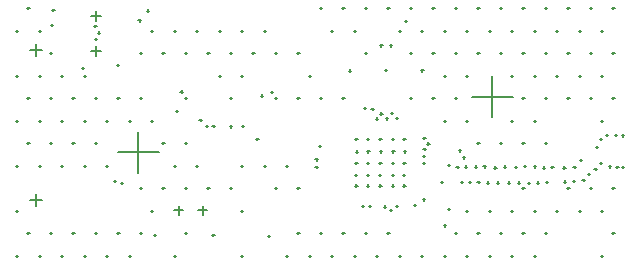
<source format=gbr>
%TF.GenerationSoftware,Altium Limited,Altium Designer,22.8.2 (66)*%
G04 Layer_Color=128*
%FSLAX45Y45*%
%MOMM*%
%TF.SameCoordinates,DE4C73A7-34E9-4613-BA68-141157798951*%
%TF.FilePolarity,Positive*%
%TF.FileFunction,Drillmap*%
%TF.Part,Single*%
G01*
G75*
%TA.AperFunction,NonConductor*%
%ADD74C,0.12700*%
D74*
X3995420Y3053080D02*
X4071620D01*
X4033520Y3014980D02*
Y3091180D01*
X4201160Y3053080D02*
X4277360D01*
X4239260Y3014980D02*
Y3091180D01*
X3294380Y4699140D02*
X3375660D01*
X3335020Y4658500D02*
Y4739780D01*
X3294380Y4399140D02*
X3375660D01*
X3335020Y4358500D02*
Y4439780D01*
X2778760Y3143250D02*
X2880360D01*
X2829560Y3092450D02*
Y3194050D01*
X2778760Y4413250D02*
X2880360D01*
X2829560Y4362450D02*
Y4464050D01*
X3520440Y3543300D02*
X3865880D01*
X3693160Y3370580D02*
Y3716020D01*
X6517640Y4013200D02*
X6863080D01*
X6690360Y3840480D02*
Y4185920D01*
X7705250Y4762500D02*
X7725250D01*
X7715250Y4752500D02*
Y4772500D01*
X7610000Y4572000D02*
X7630000D01*
X7620000Y4562000D02*
Y4582000D01*
X7705250Y4381500D02*
X7725250D01*
X7715250Y4371500D02*
Y4391500D01*
X7610000Y4191000D02*
X7630000D01*
X7620000Y4181000D02*
Y4201000D01*
X7705250Y4000500D02*
X7725250D01*
X7715250Y3990500D02*
Y4010500D01*
X7610000Y3810000D02*
X7630000D01*
X7620000Y3800000D02*
Y3820000D01*
X7705250Y3238500D02*
X7725250D01*
X7715250Y3228500D02*
Y3248500D01*
X7610000Y3048000D02*
X7630000D01*
X7620000Y3038000D02*
Y3058000D01*
X7705250Y2857500D02*
X7725250D01*
X7715250Y2847500D02*
Y2867500D01*
X7610000Y2667000D02*
X7630000D01*
X7620000Y2657000D02*
Y2677000D01*
X7514750Y4762500D02*
X7534750D01*
X7524750Y4752500D02*
Y4772500D01*
X7419500Y4572000D02*
X7439500D01*
X7429500Y4562000D02*
Y4582000D01*
X7514750Y4381500D02*
X7534750D01*
X7524750Y4371500D02*
Y4391500D01*
X7419500Y4191000D02*
X7439500D01*
X7429500Y4181000D02*
Y4201000D01*
X7514750Y4000500D02*
X7534750D01*
X7524750Y3990500D02*
Y4010500D01*
X7514750Y3238500D02*
X7534750D01*
X7524750Y3228500D02*
Y3248500D01*
X7419500Y3048000D02*
X7439500D01*
X7429500Y3038000D02*
Y3058000D01*
X7324250Y4762500D02*
X7344250D01*
X7334250Y4752500D02*
Y4772500D01*
X7229000Y4572000D02*
X7249000D01*
X7239000Y4562000D02*
Y4582000D01*
X7324250Y4381500D02*
X7344250D01*
X7334250Y4371500D02*
Y4391500D01*
X7229000Y4191000D02*
X7249000D01*
X7239000Y4181000D02*
Y4201000D01*
X7324250Y4000500D02*
X7344250D01*
X7334250Y3990500D02*
Y4010500D01*
X7324250Y3238500D02*
X7344250D01*
X7334250Y3228500D02*
Y3248500D01*
X7229000Y3048000D02*
X7249000D01*
X7239000Y3038000D02*
Y3058000D01*
X7133750Y4762500D02*
X7153750D01*
X7143750Y4752500D02*
Y4772500D01*
X7038500Y4572000D02*
X7058500D01*
X7048500Y4562000D02*
Y4582000D01*
X7133750Y4381500D02*
X7153750D01*
X7143750Y4371500D02*
Y4391500D01*
X7038500Y4191000D02*
X7058500D01*
X7048500Y4181000D02*
Y4201000D01*
X7133750Y4000500D02*
X7153750D01*
X7143750Y3990500D02*
Y4010500D01*
X7038500Y3810000D02*
X7058500D01*
X7048500Y3800000D02*
Y3820000D01*
X7133750Y3619500D02*
X7153750D01*
X7143750Y3609500D02*
Y3629500D01*
X7038500Y3048000D02*
X7058500D01*
X7048500Y3038000D02*
Y3058000D01*
X7133750Y2857500D02*
X7153750D01*
X7143750Y2847500D02*
Y2867500D01*
X7038500Y2667000D02*
X7058500D01*
X7048500Y2657000D02*
Y2677000D01*
X6943250Y4762500D02*
X6963250D01*
X6953250Y4752500D02*
Y4772500D01*
X6848000Y4572000D02*
X6868000D01*
X6858000Y4562000D02*
Y4582000D01*
X6943250Y4381500D02*
X6963250D01*
X6953250Y4371500D02*
Y4391500D01*
X6848000Y4191000D02*
X6868000D01*
X6858000Y4181000D02*
Y4201000D01*
X6943250Y4000500D02*
X6963250D01*
X6953250Y3990500D02*
Y4010500D01*
X6848000Y3810000D02*
X6868000D01*
X6858000Y3800000D02*
Y3820000D01*
X6943250Y3619500D02*
X6963250D01*
X6953250Y3609500D02*
Y3629500D01*
X6943250Y3238500D02*
X6963250D01*
X6953250Y3228500D02*
Y3248500D01*
X6848000Y3048000D02*
X6868000D01*
X6858000Y3038000D02*
Y3058000D01*
X6943250Y2857500D02*
X6963250D01*
X6953250Y2847500D02*
Y2867500D01*
X6848000Y2667000D02*
X6868000D01*
X6858000Y2657000D02*
Y2677000D01*
X6752750Y4762500D02*
X6772750D01*
X6762750Y4752500D02*
Y4772500D01*
X6657500Y4572000D02*
X6677500D01*
X6667500Y4562000D02*
Y4582000D01*
X6752750Y4381500D02*
X6772750D01*
X6762750Y4371500D02*
Y4391500D01*
X6752750Y3619500D02*
X6772750D01*
X6762750Y3609500D02*
Y3629500D01*
X6657500Y3048000D02*
X6677500D01*
X6667500Y3038000D02*
Y3058000D01*
X6752750Y2857500D02*
X6772750D01*
X6762750Y2847500D02*
Y2867500D01*
X6657500Y2667000D02*
X6677500D01*
X6667500Y2657000D02*
Y2677000D01*
X6562250Y4762500D02*
X6582250D01*
X6572250Y4752500D02*
Y4772500D01*
X6467000Y4572000D02*
X6487000D01*
X6477000Y4562000D02*
Y4582000D01*
X6562250Y4381500D02*
X6582250D01*
X6572250Y4371500D02*
Y4391500D01*
X6467000Y4191000D02*
X6487000D01*
X6477000Y4181000D02*
Y4201000D01*
X6467000Y3810000D02*
X6487000D01*
X6477000Y3800000D02*
Y3820000D01*
X6562250Y3619500D02*
X6582250D01*
X6572250Y3609500D02*
Y3629500D01*
X6467000Y3048000D02*
X6487000D01*
X6477000Y3038000D02*
Y3058000D01*
X6562250Y2857500D02*
X6582250D01*
X6572250Y2847500D02*
Y2867500D01*
X6467000Y2667000D02*
X6487000D01*
X6477000Y2657000D02*
Y2677000D01*
X6371750Y4762500D02*
X6391750D01*
X6381750Y4752500D02*
Y4772500D01*
X6276500Y4572000D02*
X6296500D01*
X6286500Y4562000D02*
Y4582000D01*
X6371750Y4381500D02*
X6391750D01*
X6381750Y4371500D02*
Y4391500D01*
X6276500Y4191000D02*
X6296500D01*
X6286500Y4181000D02*
Y4201000D01*
X6371750Y4000500D02*
X6391750D01*
X6381750Y3990500D02*
Y4010500D01*
X6276500Y3810000D02*
X6296500D01*
X6286500Y3800000D02*
Y3820000D01*
X6371750Y2857500D02*
X6391750D01*
X6381750Y2847500D02*
Y2867500D01*
X6276500Y2667000D02*
X6296500D01*
X6286500Y2657000D02*
Y2677000D01*
X6181250Y4762500D02*
X6201250D01*
X6191250Y4752500D02*
Y4772500D01*
X6086000Y4572000D02*
X6106000D01*
X6096000Y4562000D02*
Y4582000D01*
X6181250Y4381500D02*
X6201250D01*
X6191250Y4371500D02*
Y4391500D01*
X6181250Y4000500D02*
X6201250D01*
X6191250Y3990500D02*
Y4010500D01*
X6086000Y2667000D02*
X6106000D01*
X6096000Y2657000D02*
Y2677000D01*
X5990750Y4762500D02*
X6010750D01*
X6000750Y4752500D02*
Y4772500D01*
X5895500Y4572000D02*
X5915500D01*
X5905500Y4562000D02*
Y4582000D01*
X5990750Y4381500D02*
X6010750D01*
X6000750Y4371500D02*
Y4391500D01*
X5990750Y4000500D02*
X6010750D01*
X6000750Y3990500D02*
Y4010500D01*
X5895500Y2667000D02*
X5915500D01*
X5905500Y2657000D02*
Y2677000D01*
X5800250Y4762500D02*
X5820250D01*
X5810250Y4752500D02*
Y4772500D01*
X5800250Y2857500D02*
X5820250D01*
X5810250Y2847500D02*
Y2867500D01*
X5705000Y2667000D02*
X5725000D01*
X5715000Y2657000D02*
Y2677000D01*
X5609750Y4762500D02*
X5629750D01*
X5619750Y4752500D02*
Y4772500D01*
X5514500Y4572000D02*
X5534500D01*
X5524500Y4562000D02*
Y4582000D01*
X5609750Y4381500D02*
X5629750D01*
X5619750Y4371500D02*
Y4391500D01*
X5609750Y2857500D02*
X5629750D01*
X5619750Y2847500D02*
Y2867500D01*
X5514500Y2667000D02*
X5534500D01*
X5524500Y2657000D02*
Y2677000D01*
X5419250Y4762500D02*
X5439250D01*
X5429250Y4752500D02*
Y4772500D01*
X5324000Y4572000D02*
X5344000D01*
X5334000Y4562000D02*
Y4582000D01*
X5419250Y4000500D02*
X5439250D01*
X5429250Y3990500D02*
Y4010500D01*
X5419250Y2857500D02*
X5439250D01*
X5429250Y2847500D02*
Y2867500D01*
X5324000Y2667000D02*
X5344000D01*
X5334000Y2657000D02*
Y2677000D01*
X5228750Y4762500D02*
X5248750D01*
X5238750Y4752500D02*
Y4772500D01*
X5133500Y4191000D02*
X5153500D01*
X5143500Y4181000D02*
Y4201000D01*
X5228750Y4000500D02*
X5248750D01*
X5238750Y3990500D02*
Y4010500D01*
X5228750Y2857500D02*
X5248750D01*
X5238750Y2847500D02*
Y2867500D01*
X5133500Y2667000D02*
X5153500D01*
X5143500Y2657000D02*
Y2677000D01*
X5038250Y4381500D02*
X5058250D01*
X5048250Y4371500D02*
Y4391500D01*
X5038250Y4000500D02*
X5058250D01*
X5048250Y3990500D02*
Y4010500D01*
X4943000Y3429000D02*
X4963000D01*
X4953000Y3419000D02*
Y3439000D01*
X5038250Y3238500D02*
X5058250D01*
X5048250Y3228500D02*
Y3248500D01*
X5038250Y2857500D02*
X5058250D01*
X5048250Y2847500D02*
Y2867500D01*
X4943000Y2667000D02*
X4963000D01*
X4953000Y2657000D02*
Y2677000D01*
X4752500Y4572000D02*
X4772500D01*
X4762500Y4562000D02*
Y4582000D01*
X4847750Y4381500D02*
X4867750D01*
X4857750Y4371500D02*
Y4391500D01*
X4847750Y4000500D02*
X4867750D01*
X4857750Y3990500D02*
Y4010500D01*
X4752500Y3429000D02*
X4772500D01*
X4762500Y3419000D02*
Y3439000D01*
X4847750Y3238500D02*
X4867750D01*
X4857750Y3228500D02*
Y3248500D01*
X4562000Y4572000D02*
X4582000D01*
X4572000Y4562000D02*
Y4582000D01*
X4657250Y4381500D02*
X4677250D01*
X4667250Y4371500D02*
Y4391500D01*
X4562000Y4191000D02*
X4582000D01*
X4572000Y4181000D02*
Y4201000D01*
X4562000Y3429000D02*
X4582000D01*
X4572000Y3419000D02*
Y3439000D01*
X4562000Y3048000D02*
X4582000D01*
X4572000Y3038000D02*
Y3058000D01*
X4562000Y2667000D02*
X4582000D01*
X4572000Y2657000D02*
Y2677000D01*
X4371500Y4572000D02*
X4391500D01*
X4381500Y4562000D02*
Y4582000D01*
X4466750Y4381500D02*
X4486750D01*
X4476750Y4371500D02*
Y4391500D01*
X4371500Y4191000D02*
X4391500D01*
X4381500Y4181000D02*
Y4201000D01*
X4466750Y4000500D02*
X4486750D01*
X4476750Y3990500D02*
Y4010500D01*
X4466750Y3238500D02*
X4486750D01*
X4476750Y3228500D02*
Y3248500D01*
X4181000Y4572000D02*
X4201000D01*
X4191000Y4562000D02*
Y4582000D01*
X4276250Y4381500D02*
X4296250D01*
X4286250Y4371500D02*
Y4391500D01*
X4181000Y3429000D02*
X4201000D01*
X4191000Y3419000D02*
Y3439000D01*
X4276250Y3238500D02*
X4296250D01*
X4286250Y3228500D02*
Y3248500D01*
X3990500Y4572000D02*
X4010500D01*
X4000500Y4562000D02*
Y4582000D01*
X4085750Y4381500D02*
X4105750D01*
X4095750Y4371500D02*
Y4391500D01*
X4085750Y4000500D02*
X4105750D01*
X4095750Y3990500D02*
Y4010500D01*
X4085750Y3619500D02*
X4105750D01*
X4095750Y3609500D02*
Y3629500D01*
X3990500Y3429000D02*
X4010500D01*
X4000500Y3419000D02*
Y3439000D01*
X4085750Y3238500D02*
X4105750D01*
X4095750Y3228500D02*
Y3248500D01*
X4085750Y2857500D02*
X4105750D01*
X4095750Y2847500D02*
Y2867500D01*
X3990500Y2667000D02*
X4010500D01*
X4000500Y2657000D02*
Y2677000D01*
X3800000Y4572000D02*
X3820000D01*
X3810000Y4562000D02*
Y4582000D01*
X3895250Y4381500D02*
X3915250D01*
X3905250Y4371500D02*
Y4391500D01*
X3800000Y3810000D02*
X3820000D01*
X3810000Y3800000D02*
Y3820000D01*
X3895250Y3619500D02*
X3915250D01*
X3905250Y3609500D02*
Y3629500D01*
X3895250Y3238500D02*
X3915250D01*
X3905250Y3228500D02*
Y3248500D01*
X3800000Y3048000D02*
X3820000D01*
X3810000Y3038000D02*
Y3058000D01*
X3704750Y4381500D02*
X3724750D01*
X3714750Y4371500D02*
Y4391500D01*
X3704750Y4000500D02*
X3724750D01*
X3714750Y3990500D02*
Y4010500D01*
X3609500Y3810000D02*
X3629500D01*
X3619500Y3800000D02*
Y3820000D01*
X3704750Y3238500D02*
X3724750D01*
X3714750Y3228500D02*
Y3248500D01*
X3704750Y2857500D02*
X3724750D01*
X3714750Y2847500D02*
Y2867500D01*
X3609500Y2667000D02*
X3629500D01*
X3619500Y2657000D02*
Y2677000D01*
X3514250Y4000500D02*
X3534250D01*
X3524250Y3990500D02*
Y4010500D01*
X3419000Y3810000D02*
X3439000D01*
X3429000Y3800000D02*
Y3820000D01*
X3419000Y3429000D02*
X3439000D01*
X3429000Y3419000D02*
Y3439000D01*
X3514250Y2857500D02*
X3534250D01*
X3524250Y2847500D02*
Y2867500D01*
X3419000Y2667000D02*
X3439000D01*
X3429000Y2657000D02*
Y2677000D01*
X3228500Y4191000D02*
X3248500D01*
X3238500Y4181000D02*
Y4201000D01*
X3323750Y4000500D02*
X3343750D01*
X3333750Y3990500D02*
Y4010500D01*
X3228500Y3810000D02*
X3248500D01*
X3238500Y3800000D02*
Y3820000D01*
X3323750Y3619500D02*
X3343750D01*
X3333750Y3609500D02*
Y3629500D01*
X3228500Y3429000D02*
X3248500D01*
X3238500Y3419000D02*
Y3439000D01*
X3323750Y2857500D02*
X3343750D01*
X3333750Y2847500D02*
Y2867500D01*
X3228500Y2667000D02*
X3248500D01*
X3238500Y2657000D02*
Y2677000D01*
X3038000Y4191000D02*
X3058000D01*
X3048000Y4181000D02*
Y4201000D01*
X3133250Y4000500D02*
X3153250D01*
X3143250Y3990500D02*
Y4010500D01*
X3038000Y3810000D02*
X3058000D01*
X3048000Y3800000D02*
Y3820000D01*
X3133250Y3619500D02*
X3153250D01*
X3143250Y3609500D02*
Y3629500D01*
X3038000Y3429000D02*
X3058000D01*
X3048000Y3419000D02*
Y3439000D01*
X3133250Y2857500D02*
X3153250D01*
X3143250Y2847500D02*
Y2867500D01*
X3038000Y2667000D02*
X3058000D01*
X3048000Y2657000D02*
Y2677000D01*
X2847500Y4572000D02*
X2867500D01*
X2857500Y4562000D02*
Y4582000D01*
X2942750Y4381500D02*
X2962750D01*
X2952750Y4371500D02*
Y4391500D01*
X2847500Y4191000D02*
X2867500D01*
X2857500Y4181000D02*
Y4201000D01*
X2942750Y4000500D02*
X2962750D01*
X2952750Y3990500D02*
Y4010500D01*
X2847500Y3810000D02*
X2867500D01*
X2857500Y3800000D02*
Y3820000D01*
X2942750Y3619500D02*
X2962750D01*
X2952750Y3609500D02*
Y3629500D01*
X2847500Y3429000D02*
X2867500D01*
X2857500Y3419000D02*
Y3439000D01*
X2942750Y2857500D02*
X2962750D01*
X2952750Y2847500D02*
Y2867500D01*
X2847500Y2667000D02*
X2867500D01*
X2857500Y2657000D02*
Y2677000D01*
X2752250Y4762500D02*
X2772250D01*
X2762250Y4752500D02*
Y4772500D01*
X2657000Y4572000D02*
X2677000D01*
X2667000Y4562000D02*
Y4582000D01*
X2657000Y4191000D02*
X2677000D01*
X2667000Y4181000D02*
Y4201000D01*
X2752250Y4000500D02*
X2772250D01*
X2762250Y3990500D02*
Y4010500D01*
X2657000Y3810000D02*
X2677000D01*
X2667000Y3800000D02*
Y3820000D01*
X2752250Y3619500D02*
X2772250D01*
X2762250Y3609500D02*
Y3629500D01*
X2657000Y3429000D02*
X2677000D01*
X2667000Y3419000D02*
Y3439000D01*
X2657000Y3048000D02*
X2677000D01*
X2667000Y3038000D02*
Y3058000D01*
X2752250Y2857500D02*
X2772250D01*
X2762250Y2847500D02*
Y2867500D01*
X2657000Y2667000D02*
X2677000D01*
X2667000Y2657000D02*
Y2677000D01*
X6614320Y3423920D02*
X6634320D01*
X6624320Y3413920D02*
Y3433920D01*
X6256180Y3291840D02*
X6276180D01*
X6266180Y3281840D02*
Y3301840D01*
X6441600Y3500120D02*
X6461600D01*
X6451600Y3490120D02*
Y3510120D01*
X6022500Y3096260D02*
X6042500D01*
X6032500Y3086260D02*
Y3106260D01*
X6312060Y3436620D02*
X6332060D01*
X6322060Y3426620D02*
Y3446620D01*
X7785260Y3685540D02*
X7805260D01*
X7795260Y3675540D02*
Y3695540D01*
X7729380Y3688080D02*
X7749380D01*
X7739380Y3678080D02*
Y3698080D01*
X7653180Y3688080D02*
X7673180D01*
X7663180Y3678080D02*
Y3698080D01*
X7597300Y3655060D02*
X7617300D01*
X7607300Y3645060D02*
Y3665060D01*
X7787800Y3418840D02*
X7807800D01*
X7797800Y3408840D02*
Y3428840D01*
X7739540Y3418840D02*
X7759540D01*
X7749540Y3408840D02*
Y3428840D01*
X7673500Y3423920D02*
X7693500D01*
X7683500Y3413920D02*
Y3433920D01*
X7602380Y3454400D02*
X7622380D01*
X7612380Y3444400D02*
Y3464400D01*
X7554120Y3403600D02*
X7574120D01*
X7564120Y3393600D02*
Y3413600D01*
X7498240Y3360420D02*
X7518240D01*
X7508240Y3350420D02*
Y3370420D01*
X7452520Y3307080D02*
X7472520D01*
X7462520Y3297080D02*
Y3317080D01*
X7368700Y3299460D02*
X7388700D01*
X7378700Y3289460D02*
Y3309460D01*
X7292500Y3294380D02*
X7312500D01*
X7302500Y3284380D02*
Y3304380D01*
X7142640Y3291840D02*
X7162640D01*
X7152640Y3281840D02*
Y3301840D01*
X7066440Y3286760D02*
X7086440D01*
X7076440Y3276760D02*
Y3296760D01*
X6987700Y3284220D02*
X7007700D01*
X6997700Y3274220D02*
Y3294220D01*
X6906420Y3286760D02*
X6926420D01*
X6916420Y3276760D02*
Y3296760D01*
X6820060Y3286760D02*
X6840060D01*
X6830060Y3276760D02*
Y3296760D01*
X6728620Y3286760D02*
X6748620D01*
X6738620Y3276760D02*
Y3296760D01*
X6642260Y3286760D02*
X6662260D01*
X6652260Y3276760D02*
Y3296760D01*
X6563520Y3289300D02*
X6583520D01*
X6573520Y3279300D02*
Y3299300D01*
X6489860Y3289300D02*
X6509860D01*
X6499860Y3279300D02*
Y3299300D01*
X6421280Y3289300D02*
X6441280D01*
X6431280Y3279300D02*
Y3299300D01*
X6456840Y3421380D02*
X6476840D01*
X6466840Y3411380D02*
Y3431380D01*
X7566820Y3586480D02*
X7586820D01*
X7576820Y3576480D02*
Y3596480D01*
X7432200Y3477260D02*
X7452200D01*
X7442200Y3467260D02*
Y3487260D01*
X7376320Y3418840D02*
X7396320D01*
X7386320Y3408840D02*
Y3428840D01*
X7289960Y3413760D02*
X7309960D01*
X7299960Y3403760D02*
Y3423760D01*
X7188360Y3418840D02*
X7208360D01*
X7198360Y3408840D02*
Y3428840D01*
X7117240Y3413760D02*
X7137240D01*
X7127240Y3403760D02*
Y3423760D01*
X7038500Y3423920D02*
X7058500D01*
X7048500Y3413920D02*
Y3433920D01*
X6954680Y3426460D02*
X6974680D01*
X6964680Y3416460D02*
Y3436460D01*
X6881020Y3418840D02*
X6901020D01*
X6891020Y3408840D02*
Y3428840D01*
X6789580Y3421380D02*
X6809580D01*
X6799580Y3411380D02*
Y3431380D01*
X6705760Y3413760D02*
X6725760D01*
X6715760Y3403760D02*
Y3423760D01*
X6540660Y3421380D02*
X6560660D01*
X6550660Y3411380D02*
Y3431380D01*
X6385720Y3418840D02*
X6405720D01*
X6395720Y3408840D02*
Y3428840D01*
X5741200Y4447540D02*
X5761200D01*
X5751200Y4437540D02*
Y4457540D01*
X5821200Y4447540D02*
X5841200D01*
X5831200Y4437540D02*
Y4457540D01*
X4209281Y3815421D02*
X4229281D01*
X4219281Y3805421D02*
Y3825421D01*
X4262740Y3764740D02*
X4282740D01*
X4272740Y3754740D02*
Y3774740D01*
X4320438Y3764339D02*
X4340438D01*
X4330438Y3754339D02*
Y3774339D01*
X4007408Y3890408D02*
X4027408D01*
X4017408Y3880408D02*
Y3900408D01*
X4690799Y3656690D02*
X4710799D01*
X4700799Y3646690D02*
Y3666690D01*
X4468020Y3761740D02*
X4488020D01*
X4478020Y3751740D02*
Y3771740D01*
X4567080Y3764280D02*
X4587080D01*
X4577080Y3754280D02*
Y3774280D01*
X5602001Y3919853D02*
X5622001D01*
X5612001Y3909853D02*
Y3929853D01*
X5628800Y3655060D02*
X5648800D01*
X5638800Y3645060D02*
Y3665060D01*
X5218909Y3598270D02*
X5238908D01*
X5228909Y3588270D02*
Y3608270D01*
X5828165Y3875018D02*
X5848165D01*
X5838165Y3865018D02*
Y3885018D01*
X5631340Y3550920D02*
X5651340D01*
X5641340Y3540920D02*
Y3560920D01*
X5532280Y3549100D02*
X5552280D01*
X5542280Y3539100D02*
Y3559100D01*
X5191920Y3418840D02*
X5211920D01*
X5201920Y3408840D02*
Y3428840D01*
X5732940Y3261360D02*
X5752940D01*
X5742940Y3251360D02*
Y3271360D01*
X5839620Y3261360D02*
X5859620D01*
X5849620Y3251360D02*
Y3271360D01*
X5527200Y3352800D02*
X5547200D01*
X5537200Y3342800D02*
Y3362800D01*
X5628800Y3261360D02*
X5648800D01*
X5638800Y3251360D02*
Y3271360D01*
X5529740Y3261360D02*
X5549740D01*
X5539740Y3251360D02*
Y3271360D01*
X5626260Y3352800D02*
X5646260D01*
X5636260Y3342800D02*
Y3362800D01*
X5735480Y3550920D02*
X5755480D01*
X5745480Y3540920D02*
Y3560920D01*
X5529740Y3454400D02*
X5549740D01*
X5539740Y3444400D02*
Y3464400D01*
X5191920Y3482340D02*
X5211920D01*
X5201920Y3472340D02*
Y3492340D01*
X5529740Y3655060D02*
X5549740D01*
X5539740Y3645060D02*
Y3665060D01*
X5839620Y3655060D02*
X5859620D01*
X5849620Y3645060D02*
Y3665060D01*
X5732940Y3655060D02*
X5752940D01*
X5742940Y3645060D02*
Y3665060D01*
X5790450Y3830320D02*
X5810450D01*
X5800450Y3820320D02*
Y3840320D01*
X5936140Y3655060D02*
X5956140D01*
X5946140Y3645060D02*
Y3665060D01*
X5666388Y3907970D02*
X5686388D01*
X5676388Y3897970D02*
Y3917970D01*
X5701190Y3828778D02*
X5721190D01*
X5711190Y3818778D02*
Y3838778D01*
X5740560Y3870960D02*
X5760560D01*
X5750560Y3860960D02*
Y3880960D01*
X5873550Y3832860D02*
X5893550D01*
X5883550Y3822860D02*
Y3842860D01*
X6314600Y3063240D02*
X6334600D01*
X6324600Y3053240D02*
Y3073240D01*
X6403500Y3558540D02*
X6423500D01*
X6413500Y3548540D02*
Y3568540D01*
X6276500Y2923540D02*
X6296500D01*
X6286500Y2913540D02*
Y2933540D01*
X5821840Y3053080D02*
X5841840D01*
X5831840Y3043080D02*
Y3063080D01*
X5936140Y3261360D02*
X5956140D01*
X5946140Y3251360D02*
Y3271360D01*
X6138850Y3617429D02*
X6158850D01*
X6148850Y3607429D02*
Y3627429D01*
X6105214Y3664311D02*
X6125214D01*
X6115214Y3654311D02*
Y3674311D01*
X5936140Y3454400D02*
X5956140D01*
X5946140Y3444400D02*
Y3464400D01*
X5771040Y3083560D02*
X5791040D01*
X5781040Y3073560D02*
Y3093560D01*
X6098700Y3144520D02*
X6118700D01*
X6108700Y3134520D02*
Y3154520D01*
X6103780Y3454400D02*
X6123780D01*
X6113780Y3444400D02*
Y3464400D01*
X5585620Y3088640D02*
X5605620D01*
X5595620Y3078640D02*
Y3098640D01*
X6106367Y3569742D02*
X6126367D01*
X6116367Y3559742D02*
Y3579742D01*
X5842160Y3550920D02*
X5862160D01*
X5852160Y3540920D02*
Y3560920D01*
X5643316Y3089310D02*
X5663316D01*
X5653316Y3079310D02*
Y3099310D01*
X5872000Y3089178D02*
X5892000D01*
X5882000Y3079178D02*
Y3099178D01*
X6103780Y3512100D02*
X6123780D01*
X6113780Y3502100D02*
Y3522100D01*
X5938680Y3550920D02*
X5958680D01*
X5948680Y3540920D02*
Y3560920D01*
X5837080Y3352800D02*
X5857080D01*
X5847080Y3342800D02*
Y3362800D01*
X5839620Y3454400D02*
X5859620D01*
X5849620Y3444400D02*
Y3464400D01*
X5933600Y3352800D02*
X5953600D01*
X5943600Y3342800D02*
Y3362800D01*
X5732940Y3454400D02*
X5752940D01*
X5742940Y3444400D02*
Y3464400D01*
X5628800Y3454400D02*
X5648800D01*
X5638800Y3444400D02*
Y3464400D01*
X5730400Y3352800D02*
X5750400D01*
X5740400Y3342800D02*
Y3362800D01*
X5473860Y4234180D02*
X5493860D01*
X5483860Y4224180D02*
Y4244180D01*
X6088540Y4236720D02*
X6108540D01*
X6098540Y4226720D02*
Y4246720D01*
X5778660Y4241800D02*
X5798660D01*
X5788660Y4231800D02*
Y4251800D01*
X5946300Y4655820D02*
X5966300D01*
X5956300Y4645820D02*
Y4665820D01*
X4729640Y4023360D02*
X4749640D01*
X4739640Y4013360D02*
Y4033360D01*
X4813460Y4053840D02*
X4833460D01*
X4823460Y4043840D02*
Y4063840D01*
X4048920Y4056380D02*
X4068920D01*
X4058920Y4046380D02*
Y4066380D01*
X3822860Y2844800D02*
X3842860D01*
X3832860Y2834800D02*
Y2854800D01*
X4788060Y2834640D02*
X4808060D01*
X4798060Y2824640D02*
Y2844640D01*
X4318160Y2842260D02*
X4338160D01*
X4328160Y2832260D02*
Y2852260D01*
X2964340Y4749800D02*
X2984340D01*
X2974340Y4739800D02*
Y4759800D01*
X3543460Y3284220D02*
X3563460D01*
X3553460Y3274220D02*
Y3294220D01*
X3485040Y3299460D02*
X3505040D01*
X3495040Y3289460D02*
Y3309460D01*
X2949100Y4622800D02*
X2969100D01*
X2959100Y4612800D02*
Y4632800D01*
X3322480Y4500880D02*
X3342480D01*
X3332480Y4490880D02*
Y4510880D01*
X3350420Y4556760D02*
X3370420D01*
X3360420Y4546760D02*
Y4566760D01*
X3693320Y4659270D02*
X3713320D01*
X3703320Y4649270D02*
Y4669270D01*
X3764440Y4742370D02*
X3784440D01*
X3774440Y4732370D02*
Y4752370D01*
X3319531Y4611171D02*
X3339531D01*
X3329531Y4601171D02*
Y4621171D01*
X3510440Y4282440D02*
X3530440D01*
X3520440Y4272440D02*
Y4292440D01*
X3215800Y4257040D02*
X3235800D01*
X3225800Y4247040D02*
Y4267040D01*
%TF.MD5,bf9f10e4a40beb22055c3ac64742bca4*%
M02*

</source>
